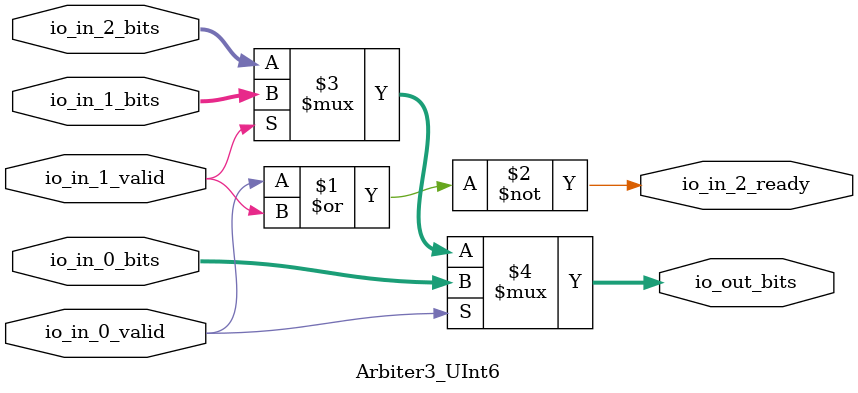
<source format=sv>
module Arbiter3_UInt6(	// @[src/main/scala/chisel3/util/Arbiter.scala:133:7]
  input        io_in_0_valid,	// @[src/main/scala/chisel3/util/Arbiter.scala:140:14]
  input  [5:0] io_in_0_bits,	// @[src/main/scala/chisel3/util/Arbiter.scala:140:14]
  input        io_in_1_valid,	// @[src/main/scala/chisel3/util/Arbiter.scala:140:14]
  input  [5:0] io_in_1_bits,	// @[src/main/scala/chisel3/util/Arbiter.scala:140:14]
  output       io_in_2_ready,	// @[src/main/scala/chisel3/util/Arbiter.scala:140:14]
  input  [5:0] io_in_2_bits,	// @[src/main/scala/chisel3/util/Arbiter.scala:140:14]
  output [5:0] io_out_bits	// @[src/main/scala/chisel3/util/Arbiter.scala:140:14]
);

  assign io_in_2_ready = ~(io_in_0_valid | io_in_1_valid);	// @[src/main/scala/chisel3/util/Arbiter.scala:45:{68,78}, :133:7]
  assign io_out_bits = io_in_0_valid ? io_in_0_bits : io_in_1_valid ? io_in_1_bits : io_in_2_bits;	// @[src/main/scala/chisel3/util/Arbiter.scala:133:7, :143:15, :145:26, :147:19]
endmodule


</source>
